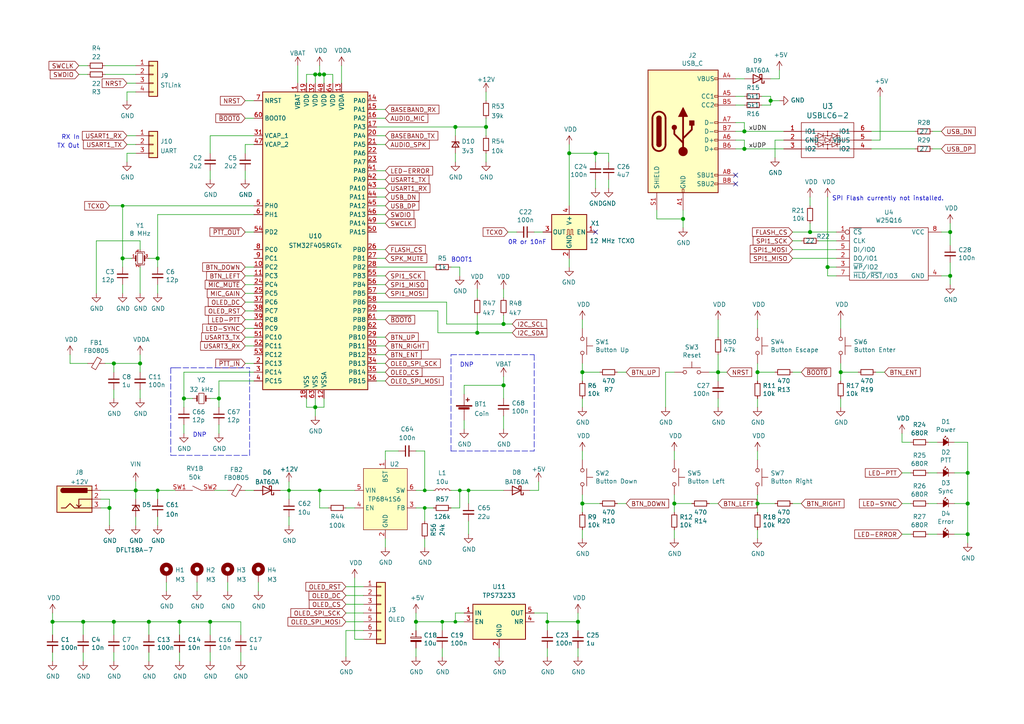
<source format=kicad_sch>
(kicad_sch (version 20211123) (generator eeschema)
  (paper "A4")
  (junction (at 63.5 115.57) (diameter 1.016))
  (junction (at 35.56 74.93) (diameter 1.016))
  (junction (at 132.08 180.34))
  (junction (at 219.71 107.95) (diameter 1.016))
  (junction (at 168.91 146.05) (diameter 1.016))
  (junction (at 243.84 107.95) (diameter 1.016))
  (junction (at 83.82 142.24))
  (junction (at 195.58 146.05) (diameter 1.016))
  (junction (at 60.96 180.34) (diameter 1.016))
  (junction (at 128.27 180.34))
  (junction (at 146.05 93.98) (diameter 1.016))
  (junction (at 280.67 146.05) (diameter 1.016))
  (junction (at 93.98 21.59) (diameter 1.016))
  (junction (at 33.02 180.34) (diameter 1.016))
  (junction (at 52.07 180.34) (diameter 1.016))
  (junction (at 146.05 111.76) (diameter 1.016))
  (junction (at 40.64 105.41) (diameter 1.016))
  (junction (at 31.75 147.32) (diameter 1.016))
  (junction (at 168.91 107.95) (diameter 1.016))
  (junction (at 219.71 146.05) (diameter 1.016))
  (junction (at 133.35 142.24))
  (junction (at 123.19 147.32))
  (junction (at 91.44 118.11) (diameter 1.016))
  (junction (at 35.56 59.69))
  (junction (at 135.89 142.24))
  (junction (at 280.67 137.16) (diameter 1.016))
  (junction (at 43.18 180.34) (diameter 1.016))
  (junction (at 15.24 180.34) (diameter 1.016))
  (junction (at 208.28 107.95) (diameter 1.016))
  (junction (at 223.52 29.21) (diameter 1.016))
  (junction (at 198.12 63.5) (diameter 1.016))
  (junction (at 92.71 21.59) (diameter 1.016))
  (junction (at 45.72 74.93) (diameter 1.016))
  (junction (at 234.95 67.31) (diameter 1.016))
  (junction (at 45.72 142.24))
  (junction (at 172.72 44.45) (diameter 1.016))
  (junction (at 165.1 44.45) (diameter 1.016))
  (junction (at 215.9 43.18) (diameter 1.016))
  (junction (at 240.03 77.47) (diameter 1.016))
  (junction (at 275.59 67.31) (diameter 1.016))
  (junction (at 120.65 180.34) (diameter 1.016))
  (junction (at 275.59 80.01) (diameter 1.016))
  (junction (at 138.43 96.52) (diameter 1.016))
  (junction (at 91.44 21.59) (diameter 1.016))
  (junction (at 92.71 142.24))
  (junction (at 39.37 142.24) (diameter 1.016))
  (junction (at 158.75 180.34))
  (junction (at 53.34 115.57) (diameter 1.016))
  (junction (at 280.67 154.94) (diameter 1.016))
  (junction (at 215.9 38.1) (diameter 1.016))
  (junction (at 140.97 36.83) (diameter 1.016))
  (junction (at 123.19 142.24))
  (junction (at 33.02 105.41) (diameter 1.016))
  (junction (at 132.08 36.83) (diameter 1.016))
  (junction (at 24.13 180.34) (diameter 1.016))
  (junction (at 167.64 180.34) (diameter 1.016))
  (no_connect (at 213.36 50.8))
  (no_connect (at 213.36 53.34))
  (no_connect (at 172.72 67.31))
  (wire (pts (xy 91.44 115.57) (xy 91.44 118.11)))
  (wire (pts (xy 223.52 29.21) (xy 226.06 29.21)))
  (wire (pts (xy 109.22 92.71) (xy 111.76 92.71)))
  (wire (pts (xy 105.41 182.88) (xy 100.33 182.88)))
  (wire (pts (xy 223.52 29.21) (xy 223.52 30.48)))
  (wire (pts (xy 227.33 40.64) (xy 224.79 40.64)))
  (wire (pts (xy 40.64 105.41) (xy 40.64 102.87)))
  (wire (pts (xy 120.65 147.32) (xy 123.19 147.32)))
  (wire (pts (xy 168.91 92.71) (xy 168.91 95.25)))
  (wire (pts (xy 219.71 107.95) (xy 219.71 110.49)))
  (wire (pts (xy 71.12 41.91) (xy 71.12 44.45)))
  (wire (pts (xy 140.97 26.67) (xy 140.97 29.21)))
  (wire (pts (xy 140.97 34.29) (xy 140.97 36.83)))
  (wire (pts (xy 140.97 36.83) (xy 140.97 39.37)))
  (wire (pts (xy 40.64 77.47) (xy 40.64 85.09)))
  (wire (pts (xy 88.9 24.13) (xy 88.9 21.59)))
  (wire (pts (xy 99.06 19.05) (xy 99.06 24.13)))
  (wire (pts (xy 109.22 74.93) (xy 111.76 74.93)))
  (wire (pts (xy 219.71 153.67) (xy 219.71 156.21)))
  (wire (pts (xy 100.33 182.88) (xy 100.33 190.5)))
  (wire (pts (xy 109.22 87.63) (xy 129.54 87.63)))
  (wire (pts (xy 146.05 93.98) (xy 148.59 93.98)))
  (wire (pts (xy 129.54 87.63) (xy 129.54 93.98)))
  (wire (pts (xy 129.54 93.98) (xy 146.05 93.98)))
  (wire (pts (xy 39.37 139.7) (xy 39.37 142.24)))
  (wire (pts (xy 223.52 27.94) (xy 223.52 29.21)))
  (wire (pts (xy 33.02 189.23) (xy 33.02 191.77)))
  (wire (pts (xy 71.12 41.91) (xy 73.66 41.91)))
  (wire (pts (xy 35.56 59.69) (xy 35.56 74.93)))
  (wire (pts (xy 53.34 115.57) (xy 53.34 118.11)))
  (wire (pts (xy 30.48 21.59) (xy 39.37 21.59)))
  (wire (pts (xy 33.02 113.03) (xy 33.02 115.57)))
  (wire (pts (xy 111.76 130.81) (xy 111.76 133.35)))
  (wire (pts (xy 60.96 189.23) (xy 60.96 191.77)))
  (wire (pts (xy 83.82 142.24) (xy 83.82 144.78)))
  (wire (pts (xy 138.43 83.82) (xy 138.43 86.36)))
  (wire (pts (xy 27.94 69.85) (xy 27.94 85.09)))
  (wire (pts (xy 40.64 69.85) (xy 27.94 69.85)))
  (wire (pts (xy 40.64 72.39) (xy 40.64 69.85)))
  (wire (pts (xy 275.59 67.31) (xy 275.59 71.12)))
  (wire (pts (xy 83.82 139.7) (xy 83.82 142.24)))
  (wire (pts (xy 269.24 154.94) (xy 271.78 154.94)))
  (wire (pts (xy 208.28 107.95) (xy 208.28 110.49)))
  (wire (pts (xy 36.83 39.37) (xy 39.37 39.37)))
  (wire (pts (xy 91.44 21.59) (xy 88.9 21.59)))
  (wire (pts (xy 52.07 189.23) (xy 52.07 191.77)))
  (wire (pts (xy 111.76 85.09) (xy 109.22 85.09)))
  (wire (pts (xy 264.16 128.27) (xy 261.62 128.27)))
  (wire (pts (xy 109.22 90.17) (xy 127 90.17)))
  (wire (pts (xy 138.43 96.52) (xy 148.59 96.52)))
  (wire (pts (xy 127 90.17) (xy 127 96.52)))
  (wire (pts (xy 127 96.52) (xy 138.43 96.52)))
  (wire (pts (xy 146.05 83.82) (xy 146.05 86.36)))
  (wire (pts (xy 30.48 19.05) (xy 39.37 19.05)))
  (wire (pts (xy 205.74 146.05) (xy 208.28 146.05)))
  (wire (pts (xy 252.73 38.1) (xy 265.43 38.1)))
  (wire (pts (xy 45.72 74.93) (xy 45.72 77.47)))
  (wire (pts (xy 176.53 52.07) (xy 176.53 54.61)))
  (wire (pts (xy 276.86 137.16) (xy 280.67 137.16)))
  (wire (pts (xy 123.19 147.32) (xy 125.73 147.32)))
  (wire (pts (xy 60.96 115.57) (xy 63.5 115.57)))
  (wire (pts (xy 63.5 115.57) (xy 63.5 118.11)))
  (wire (pts (xy 138.43 91.44) (xy 138.43 96.52)))
  (wire (pts (xy 31.75 147.32) (xy 31.75 152.4)))
  (wire (pts (xy 29.21 147.32) (xy 31.75 147.32)))
  (wire (pts (xy 24.13 180.34) (xy 33.02 180.34)))
  (wire (pts (xy 123.19 156.21) (xy 123.19 158.75)))
  (wire (pts (xy 71.12 90.17) (xy 73.66 90.17)))
  (wire (pts (xy 86.36 19.05) (xy 86.36 24.13)))
  (wire (pts (xy 43.18 74.93) (xy 45.72 74.93)))
  (wire (pts (xy 109.22 52.07) (xy 111.76 52.07)))
  (polyline (pts (xy 154.94 102.87) (xy 154.94 130.81)))
  (wire (pts (xy 165.1 74.93) (xy 165.1 77.47)))
  (wire (pts (xy 224.79 40.64) (xy 224.79 45.72)))
  (wire (pts (xy 252.73 43.18) (xy 265.43 43.18)))
  (wire (pts (xy 275.59 80.01) (xy 275.59 82.55)))
  (wire (pts (xy 193.04 107.95) (xy 193.04 118.11)))
  (wire (pts (xy 243.84 115.57) (xy 243.84 118.11)))
  (wire (pts (xy 91.44 118.11) (xy 91.44 120.65)))
  (wire (pts (xy 69.85 189.23) (xy 69.85 191.77)))
  (wire (pts (xy 40.64 113.03) (xy 40.64 115.57)))
  (wire (pts (xy 270.51 38.1) (xy 273.05 38.1)))
  (wire (pts (xy 71.12 87.63) (xy 73.66 87.63)))
  (wire (pts (xy 172.72 44.45) (xy 172.72 46.99)))
  (wire (pts (xy 39.37 142.24) (xy 39.37 144.78)))
  (wire (pts (xy 205.74 107.95) (xy 208.28 107.95)))
  (wire (pts (xy 69.85 180.34) (xy 69.85 184.15)))
  (wire (pts (xy 15.24 180.34) (xy 24.13 180.34)))
  (wire (pts (xy 88.9 118.11) (xy 91.44 118.11)))
  (wire (pts (xy 88.9 115.57) (xy 88.9 118.11)))
  (wire (pts (xy 91.44 118.11) (xy 93.98 118.11)))
  (wire (pts (xy 93.98 115.57) (xy 93.98 118.11)))
  (wire (pts (xy 57.15 168.91) (xy 57.15 171.45)))
  (wire (pts (xy 208.28 115.57) (xy 208.28 118.11)))
  (wire (pts (xy 252.73 40.64) (xy 255.27 40.64)))
  (wire (pts (xy 270.51 43.18) (xy 273.05 43.18)))
  (wire (pts (xy 35.56 59.69) (xy 73.66 59.69)))
  (wire (pts (xy 168.91 143.51) (xy 168.91 146.05)))
  (wire (pts (xy 63.5 123.19) (xy 63.5 125.73)))
  (wire (pts (xy 60.96 180.34) (xy 69.85 180.34)))
  (wire (pts (xy 123.19 142.24) (xy 123.19 130.81)))
  (wire (pts (xy 264.16 137.16) (xy 261.62 137.16)))
  (wire (pts (xy 71.12 29.21) (xy 73.66 29.21)))
  (wire (pts (xy 168.91 107.95) (xy 168.91 110.49)))
  (wire (pts (xy 190.5 60.96) (xy 190.5 63.5)))
  (wire (pts (xy 102.87 142.24) (xy 92.71 142.24)))
  (wire (pts (xy 71.12 82.55) (xy 73.66 82.55)))
  (wire (pts (xy 33.02 105.41) (xy 40.64 105.41)))
  (wire (pts (xy 240.03 80.01) (xy 240.03 77.47)))
  (wire (pts (xy 135.89 142.24) (xy 135.89 146.05)))
  (wire (pts (xy 242.57 69.85) (xy 237.49 69.85)))
  (wire (pts (xy 109.22 49.53) (xy 111.76 49.53)))
  (wire (pts (xy 167.64 187.96) (xy 167.64 190.5)))
  (wire (pts (xy 36.83 26.67) (xy 36.83 29.21)))
  (wire (pts (xy 39.37 26.67) (xy 36.83 26.67)))
  (wire (pts (xy 40.64 105.41) (xy 40.64 107.95)))
  (wire (pts (xy 132.08 44.45) (xy 132.08 46.99)))
  (wire (pts (xy 158.75 180.34) (xy 167.64 180.34)))
  (wire (pts (xy 255.27 27.94) (xy 255.27 40.64)))
  (wire (pts (xy 213.36 38.1) (xy 215.9 38.1)))
  (wire (pts (xy 172.72 52.07) (xy 172.72 54.61)))
  (wire (pts (xy 195.58 130.81) (xy 195.58 133.35)))
  (wire (pts (xy 83.82 142.24) (xy 92.71 142.24)))
  (wire (pts (xy 213.36 43.18) (xy 215.9 43.18)))
  (wire (pts (xy 45.72 62.23) (xy 45.72 74.93)))
  (wire (pts (xy 168.91 105.41) (xy 168.91 107.95)))
  (wire (pts (xy 140.97 44.45) (xy 140.97 46.99)))
  (wire (pts (xy 52.07 180.34) (xy 52.07 184.15)))
  (wire (pts (xy 60.96 49.53) (xy 60.96 52.07)))
  (wire (pts (xy 208.28 107.95) (xy 210.82 107.95)))
  (wire (pts (xy 156.21 139.7) (xy 156.21 142.24)))
  (wire (pts (xy 43.18 180.34) (xy 43.18 184.15)))
  (wire (pts (xy 109.22 105.41) (xy 111.76 105.41)))
  (wire (pts (xy 179.07 146.05) (xy 181.61 146.05)))
  (wire (pts (xy 71.12 100.33) (xy 73.66 100.33)))
  (wire (pts (xy 53.34 123.19) (xy 53.34 125.73)))
  (wire (pts (xy 229.87 67.31) (xy 234.95 67.31)))
  (wire (pts (xy 71.12 80.01) (xy 73.66 80.01)))
  (wire (pts (xy 71.12 85.09) (xy 73.66 85.09)))
  (wire (pts (xy 71.12 77.47) (xy 73.66 77.47)))
  (wire (pts (xy 130.81 142.24) (xy 133.35 142.24)))
  (wire (pts (xy 219.71 92.71) (xy 219.71 95.25)))
  (wire (pts (xy 134.62 121.92) (xy 134.62 124.46)))
  (wire (pts (xy 168.91 146.05) (xy 168.91 148.59)))
  (wire (pts (xy 146.05 91.44) (xy 146.05 93.98)))
  (wire (pts (xy 100.33 177.8) (xy 105.41 177.8)))
  (wire (pts (xy 128.27 180.34) (xy 132.08 180.34)))
  (wire (pts (xy 132.08 180.34) (xy 134.62 180.34)))
  (wire (pts (xy 269.24 137.16) (xy 271.78 137.16)))
  (wire (pts (xy 208.28 102.87) (xy 208.28 107.95)))
  (wire (pts (xy 123.19 130.81) (xy 120.65 130.81)))
  (wire (pts (xy 111.76 64.77) (xy 109.22 64.77)))
  (wire (pts (xy 45.72 142.24) (xy 50.8 142.24)))
  (wire (pts (xy 242.57 67.31) (xy 234.95 67.31)))
  (wire (pts (xy 109.22 110.49) (xy 111.76 110.49)))
  (wire (pts (xy 109.22 100.33) (xy 111.76 100.33)))
  (wire (pts (xy 242.57 80.01) (xy 240.03 80.01)))
  (wire (pts (xy 215.9 43.18) (xy 227.33 43.18)))
  (wire (pts (xy 71.12 97.79) (xy 73.66 97.79)))
  (wire (pts (xy 219.71 115.57) (xy 219.71 118.11)))
  (wire (pts (xy 25.4 19.05) (xy 22.86 19.05)))
  (wire (pts (xy 123.19 142.24) (xy 125.73 142.24)))
  (wire (pts (xy 111.76 62.23) (xy 109.22 62.23)))
  (wire (pts (xy 229.87 107.95) (xy 232.41 107.95)))
  (wire (pts (xy 213.36 30.48) (xy 215.9 30.48)))
  (wire (pts (xy 220.98 27.94) (xy 223.52 27.94)))
  (wire (pts (xy 234.95 67.31) (xy 234.95 64.77)))
  (wire (pts (xy 109.22 77.47) (xy 125.73 77.47)))
  (wire (pts (xy 264.16 154.94) (xy 261.62 154.94)))
  (wire (pts (xy 35.56 82.55) (xy 35.56 85.09)))
  (wire (pts (xy 111.76 82.55) (xy 109.22 82.55)))
  (wire (pts (xy 242.57 74.93) (xy 229.87 74.93)))
  (wire (pts (xy 208.28 92.71) (xy 208.28 97.79)))
  (wire (pts (xy 120.65 180.34) (xy 120.65 182.88)))
  (wire (pts (xy 167.64 180.34) (xy 167.64 182.88)))
  (polyline (pts (xy 50.8 106.68) (xy 49.53 106.68)))
  (wire (pts (xy 39.37 24.13) (xy 36.83 24.13)))
  (wire (pts (xy 276.86 128.27) (xy 280.67 128.27)))
  (wire (pts (xy 198.12 63.5) (xy 198.12 60.96)))
  (wire (pts (xy 165.1 44.45) (xy 165.1 41.91)))
  (wire (pts (xy 39.37 44.45) (xy 36.83 44.45)))
  (wire (pts (xy 269.24 128.27) (xy 271.78 128.27)))
  (wire (pts (xy 35.56 74.93) (xy 35.56 77.47)))
  (wire (pts (xy 83.82 149.86) (xy 83.82 152.4)))
  (wire (pts (xy 100.33 172.72) (xy 105.41 172.72)))
  (wire (pts (xy 172.72 44.45) (xy 176.53 44.45)))
  (wire (pts (xy 109.22 31.75) (xy 111.76 31.75)))
  (wire (pts (xy 60.96 39.37) (xy 60.96 44.45)))
  (wire (pts (xy 158.75 187.96) (xy 158.75 190.5)))
  (wire (pts (xy 111.76 72.39) (xy 109.22 72.39)))
  (wire (pts (xy 63.5 110.49) (xy 73.66 110.49)))
  (wire (pts (xy 63.5 115.57) (xy 63.5 110.49)))
  (wire (pts (xy 111.76 156.21) (xy 111.76 158.75)))
  (polyline (pts (xy 50.8 106.68) (xy 72.39 106.68)))
  (wire (pts (xy 242.57 72.39) (xy 229.87 72.39)))
  (wire (pts (xy 130.81 147.32) (xy 133.35 147.32)))
  (wire (pts (xy 25.4 105.41) (xy 20.32 105.41)))
  (wire (pts (xy 165.1 44.45) (xy 172.72 44.45)))
  (wire (pts (xy 109.22 39.37) (xy 111.76 39.37)))
  (wire (pts (xy 219.71 146.05) (xy 219.71 148.59)))
  (wire (pts (xy 269.24 146.05) (xy 271.78 146.05)))
  (wire (pts (xy 36.83 41.91) (xy 39.37 41.91)))
  (wire (pts (xy 135.89 151.13) (xy 135.89 154.94)))
  (wire (pts (xy 132.08 36.83) (xy 140.97 36.83)))
  (wire (pts (xy 132.08 39.37) (xy 132.08 36.83)))
  (wire (pts (xy 144.78 187.96) (xy 144.78 190.5)))
  (polyline (pts (xy 130.81 102.87) (xy 154.94 102.87)))
  (wire (pts (xy 128.27 187.96) (xy 128.27 190.5)))
  (wire (pts (xy 33.02 180.34) (xy 43.18 180.34)))
  (wire (pts (xy 242.57 77.47) (xy 240.03 77.47)))
  (wire (pts (xy 45.72 62.23) (xy 73.66 62.23)))
  (wire (pts (xy 240.03 77.47) (xy 240.03 57.15)))
  (wire (pts (xy 168.91 107.95) (xy 173.99 107.95)))
  (wire (pts (xy 130.81 77.47) (xy 133.35 77.47)))
  (wire (pts (xy 25.4 21.59) (xy 22.86 21.59)))
  (wire (pts (xy 45.72 149.86) (xy 45.72 152.4)))
  (wire (pts (xy 115.57 130.81) (xy 111.76 130.81)))
  (wire (pts (xy 213.36 35.56) (xy 215.9 35.56)))
  (wire (pts (xy 276.86 154.94) (xy 280.67 154.94)))
  (wire (pts (xy 100.33 175.26) (xy 105.41 175.26)))
  (wire (pts (xy 92.71 21.59) (xy 91.44 21.59)))
  (wire (pts (xy 93.98 21.59) (xy 92.71 21.59)))
  (wire (pts (xy 168.91 115.57) (xy 168.91 118.11)))
  (wire (pts (xy 120.65 187.96) (xy 120.65 190.5)))
  (wire (pts (xy 71.12 142.24) (xy 73.66 142.24)))
  (wire (pts (xy 264.16 146.05) (xy 261.62 146.05)))
  (wire (pts (xy 195.58 146.05) (xy 195.58 148.59)))
  (wire (pts (xy 223.52 22.86) (xy 226.06 22.86)))
  (polyline (pts (xy 49.53 132.08) (xy 72.39 132.08)))
  (polyline (pts (xy 49.53 106.68) (xy 49.53 132.08)))
  (wire (pts (xy 167.64 180.34) (xy 167.64 177.8)))
  (wire (pts (xy 39.37 149.86) (xy 39.37 152.4)))
  (wire (pts (xy 93.98 24.13) (xy 93.98 21.59)))
  (wire (pts (xy 273.05 80.01) (xy 275.59 80.01)))
  (wire (pts (xy 195.58 143.51) (xy 195.58 146.05)))
  (wire (pts (xy 168.91 130.81) (xy 168.91 133.35)))
  (wire (pts (xy 73.66 92.71) (xy 71.12 92.71)))
  (wire (pts (xy 48.26 168.91) (xy 48.26 171.45)))
  (wire (pts (xy 190.5 63.5) (xy 198.12 63.5)))
  (wire (pts (xy 81.28 142.24) (xy 83.82 142.24)))
  (polyline (pts (xy 130.81 130.81) (xy 154.94 130.81)))
  (wire (pts (xy 275.59 67.31) (xy 275.59 64.77)))
  (wire (pts (xy 215.9 40.64) (xy 215.9 43.18)))
  (wire (pts (xy 96.52 24.13) (xy 96.52 21.59)))
  (wire (pts (xy 154.94 67.31) (xy 157.48 67.31)))
  (wire (pts (xy 213.36 22.86) (xy 215.9 22.86)))
  (wire (pts (xy 133.35 142.24) (xy 133.35 147.32)))
  (wire (pts (xy 73.66 95.25) (xy 71.12 95.25)))
  (wire (pts (xy 109.22 102.87) (xy 111.76 102.87)))
  (wire (pts (xy 226.06 22.86) (xy 226.06 20.32)))
  (wire (pts (xy 60.96 39.37) (xy 73.66 39.37)))
  (wire (pts (xy 219.71 130.81) (xy 219.71 133.35)))
  (wire (pts (xy 15.24 177.8) (xy 15.24 180.34)))
  (wire (pts (xy 71.12 67.31) (xy 73.66 67.31)))
  (wire (pts (xy 219.71 107.95) (xy 224.79 107.95)))
  (wire (pts (xy 133.35 142.24) (xy 135.89 142.24)))
  (wire (pts (xy 154.94 177.8) (xy 158.75 177.8)))
  (wire (pts (xy 158.75 177.8) (xy 158.75 180.34)))
  (wire (pts (xy 53.34 107.95) (xy 53.34 115.57)))
  (wire (pts (xy 53.34 115.57) (xy 55.88 115.57)))
  (wire (pts (xy 73.66 107.95) (xy 53.34 107.95)))
  (wire (pts (xy 120.65 180.34) (xy 120.65 177.8)))
  (polyline (pts (xy 130.81 130.81) (xy 130.81 102.87)))
  (wire (pts (xy 198.12 63.5) (xy 198.12 66.04)))
  (wire (pts (xy 123.19 147.32) (xy 123.19 151.13)))
  (wire (pts (xy 120.65 142.24) (xy 123.19 142.24)))
  (wire (pts (xy 273.05 67.31) (xy 275.59 67.31)))
  (wire (pts (xy 109.22 107.95) (xy 111.76 107.95)))
  (wire (pts (xy 195.58 146.05) (xy 200.66 146.05)))
  (wire (pts (xy 36.83 44.45) (xy 36.83 46.99)))
  (wire (pts (xy 147.32 67.31) (xy 149.86 67.31)))
  (wire (pts (xy 146.05 120.65) (xy 146.05 124.46)))
  (wire (pts (xy 254 107.95) (xy 256.54 107.95)))
  (wire (pts (xy 96.52 21.59) (xy 93.98 21.59)))
  (wire (pts (xy 24.13 180.34) (xy 24.13 184.15)))
  (wire (pts (xy 232.41 69.85) (xy 229.87 69.85)))
  (wire (pts (xy 243.84 107.95) (xy 248.92 107.95)))
  (wire (pts (xy 39.37 142.24) (xy 45.72 142.24)))
  (wire (pts (xy 29.21 144.78) (xy 31.75 144.78)))
  (wire (pts (xy 31.75 144.78) (xy 31.75 147.32)))
  (wire (pts (xy 219.71 143.51) (xy 219.71 146.05)))
  (wire (pts (xy 135.89 142.24) (xy 146.05 142.24)))
  (wire (pts (xy 243.84 107.95) (xy 243.84 110.49)))
  (wire (pts (xy 146.05 109.22) (xy 146.05 111.76)))
  (wire (pts (xy 52.07 180.34) (xy 60.96 180.34)))
  (wire (pts (xy 92.71 142.24) (xy 92.71 147.32)))
  (wire (pts (xy 92.71 19.05) (xy 92.71 21.59)))
  (wire (pts (xy 128.27 180.34) (xy 128.27 182.88)))
  (wire (pts (xy 100.33 180.34) (xy 105.41 180.34)))
  (wire (pts (xy 168.91 146.05) (xy 173.99 146.05)))
  (wire (pts (xy 109.22 41.91) (xy 111.76 41.91)))
  (wire (pts (xy 71.12 49.53) (xy 71.12 52.07)))
  (wire (pts (xy 31.75 59.69) (xy 35.56 59.69)))
  (wire (pts (xy 223.52 30.48) (xy 220.98 30.48)))
  (wire (pts (xy 261.62 128.27) (xy 261.62 125.73)))
  (polyline (pts (xy 72.39 132.08) (xy 72.39 106.68)))
  (wire (pts (xy 71.12 105.41) (xy 73.66 105.41)))
  (wire (pts (xy 275.59 80.01) (xy 275.59 76.2)))
  (wire (pts (xy 109.22 80.01) (xy 111.76 80.01)))
  (wire (pts (xy 179.07 107.95) (xy 181.61 107.95)))
  (wire (pts (xy 102.87 185.42) (xy 102.87 167.64)))
  (wire (pts (xy 105.41 185.42) (xy 102.87 185.42)))
  (wire (pts (xy 60.96 180.34) (xy 60.96 184.15)))
  (wire (pts (xy 153.67 142.24) (xy 156.21 142.24)))
  (wire (pts (xy 92.71 147.32) (xy 95.25 147.32)))
  (wire (pts (xy 66.04 168.91) (xy 66.04 171.45)))
  (wire (pts (xy 45.72 82.55) (xy 45.72 85.09)))
  (wire (pts (xy 195.58 153.67) (xy 195.58 156.21)))
  (wire (pts (xy 35.56 74.93) (xy 38.1 74.93)))
  (wire (pts (xy 100.33 147.32) (xy 102.87 147.32)))
  (wire (pts (xy 213.36 27.94) (xy 215.9 27.94)))
  (wire (pts (xy 62.23 142.24) (xy 66.04 142.24)))
  (wire (pts (xy 43.18 180.34) (xy 52.07 180.34)))
  (wire (pts (xy 229.87 146.05) (xy 232.41 146.05)))
  (wire (pts (xy 219.71 146.05) (xy 224.79 146.05)))
  (wire (pts (xy 134.62 177.8) (xy 132.08 177.8)))
  (wire (pts (xy 132.08 177.8) (xy 132.08 180.34)))
  (wire (pts (xy 30.48 105.41) (xy 33.02 105.41)))
  (wire (pts (xy 15.24 184.15) (xy 15.24 180.34)))
  (wire (pts (xy 109.22 36.83) (xy 132.08 36.83)))
  (wire (pts (xy 24.13 189.23) (xy 24.13 191.77)))
  (wire (pts (xy 215.9 38.1) (xy 227.33 38.1)))
  (wire (pts (xy 45.72 142.24) (xy 45.72 144.78)))
  (wire (pts (xy 243.84 92.71) (xy 243.84 95.25)))
  (wire (pts (xy 133.35 77.47) (xy 133.35 80.01)))
  (wire (pts (xy 71.12 34.29) (xy 73.66 34.29)))
  (wire (pts (xy 280.67 137.16) (xy 280.67 146.05)))
  (wire (pts (xy 158.75 180.34) (xy 158.75 182.88)))
  (wire (pts (xy 176.53 44.45) (xy 176.53 46.99)))
  (wire (pts (xy 243.84 105.41) (xy 243.84 107.95)))
  (wire (pts (xy 43.18 189.23) (xy 43.18 191.77)))
  (wire (pts (xy 215.9 35.56) (xy 215.9 38.1)))
  (wire (pts (xy 280.67 146.05) (xy 280.67 154.94)))
  (wire (pts (xy 15.24 189.23) (xy 15.24 191.77)))
  (wire (pts (xy 165.1 59.69) (xy 165.1 44.45)))
  (wire (pts (xy 280.67 154.94) (xy 280.67 157.48)))
  (wire (pts (xy 33.02 180.34) (xy 33.02 184.15)))
  (wire (pts (xy 91.44 24.13) (xy 91.44 21.59)))
  (wire (pts (xy 100.33 170.18) (xy 105.41 170.18)))
  (wire (pts (xy 280.67 128.27) (xy 280.67 137.16)))
  (wire (pts (xy 29.21 142.24) (xy 39.37 142.24)))
  (wire (pts (xy 219.71 105.41) (xy 219.71 107.95)))
  (wire (pts (xy 276.86 146.05) (xy 280.67 146.05)))
  (wire (pts (xy 20.32 105.41) (xy 20.32 102.87)))
  (wire (pts (xy 111.76 59.69) (xy 109.22 59.69)))
  (wire (pts (xy 33.02 105.41) (xy 33.02 107.95)))
  (wire (pts (xy 134.62 111.76) (xy 146.05 111.76)))
  (wire (pts (xy 134.62 114.3) (xy 134.62 111.76)))
  (wire (pts (xy 146.05 111.76) (xy 146.05 115.57)))
  (wire (pts (xy 213.36 40.64) (xy 215.9 40.64)))
  (wire (pts (xy 128.27 180.34) (xy 120.65 180.34)))
  (wire (pts (xy 193.04 107.95) (xy 195.58 107.95)))
  (wire (pts (xy 109.22 34.29) (xy 111.76 34.29)))
  (wire (pts (xy 109.22 54.61) (xy 111.76 54.61)))
  (wire (pts (xy 168.91 153.67) (xy 168.91 156.21)))
  (wire (pts (xy 74.93 168.91) (xy 74.93 171.45)))
  (wire (pts (xy 234.95 59.69) (xy 234.95 57.15)))
  (wire (pts (xy 111.76 57.15) (xy 109.22 57.15)))
  (wire (pts (xy 109.22 97.79) (xy 111.76 97.79)))
  (text "DNP" (at 55.88 127 0) (effects (font (size 1.27 1.27)) (justify left bottom)))
  (text "BOOT1" (at 130.81 76.2 0) (effects (font (size 1.27 1.27)) (justify left bottom)))
  (text "TX Out" (at 16.51 43.18 0) (effects (font (size 1.27 1.27)) (justify left bottom)))
  (text "DNP" (at 133.35 106.68 0) (effects (font (size 1.27 1.27)) (justify left bottom)))
  (text "RX In" (at 17.78 40.64 0) (effects (font (size 1.27 1.27)) (justify left bottom)))
  (text "0R or 10nF" (at 147.32 71.12 0) (effects (font (size 1.27 1.27)) (justify left bottom)))
  (text "SPI Flash currently not installed." (at 241.3 58.42 0) (effects (font (size 1.27 1.27)) (justify left bottom)))
  (label "xUDN" (at 217.17 38.1 0))
  (label "xUDP" (at 217.17 43.18 0))
  (global_label "LED-SYNC" (shape input) (at 261.62 146.05 180) (property "Intersheet References" "${INTERSHEET_REFS}" (effects hide)))
  (global_label "USART1_RX" (shape input) (at 36.83 39.37 180) (property "Intersheet References" "${INTERSHEET_REFS}" (effects hide)))
  (global_label "LED-ERROR" (shape input) (at 261.62 154.94 180) (property "Intersheet References" "${INTERSHEET_REFS}" (effects hide)))
  (global_label "OLED_CS" (shape input) (at 111.76 107.95 0) (property "Intersheet References" "${INTERSHEET_REFS}" (effects hide)))
  (global_label "USB_DP" (shape input) (at 273.05 43.18 0) (property "Intersheet References" "${INTERSHEET_REFS}" (effects hide)))
  (global_label "SWCLK" (shape input) (at 111.76 64.77 0) (property "Intersheet References" "${INTERSHEET_REFS}" (effects hide)))
  (global_label "~{PTT_IN}" (shape input) (at 71.12 105.41 180) (property "Intersheet References" "${INTERSHEET_REFS}" (effects hide)))
  (global_label "OLED_SPI_MOSI" (shape input) (at 111.76 110.49 0) (property "Intersheet References" "${INTERSHEET_REFS}" (effects hide)))
  (global_label "OLED_SPI_SCK" (shape input) (at 100.33 177.8 180) (property "Intersheet References" "${INTERSHEET_REFS}" (effects hide)))
  (global_label "TCXO" (shape input) (at 147.32 67.31 180) (property "Intersheet References" "${INTERSHEET_REFS}" (effects hide)))
  (global_label "OLED_DC" (shape input) (at 100.33 172.72 180) (property "Intersheet References" "${INTERSHEET_REFS}" (effects hide)))
  (global_label "BTN_LEFT" (shape input) (at 208.28 146.05 0) (property "Intersheet References" "${INTERSHEET_REFS}" (effects hide)))
  (global_label "~{BOOT0}" (shape input) (at 111.76 92.71 0) (property "Intersheet References" "${INTERSHEET_REFS}" (effects hide)))
  (global_label "TCXO" (shape input) (at 31.75 59.69 180) (property "Intersheet References" "${INTERSHEET_REFS}" (effects hide)))
  (global_label "MIC_GAIN" (shape input) (at 71.12 85.09 180) (property "Intersheet References" "${INTERSHEET_REFS}" (effects hide)))
  (global_label "OLED_SPI_MOSI" (shape input) (at 100.33 180.34 180) (property "Intersheet References" "${INTERSHEET_REFS}" (effects hide)))
  (global_label "SWCLK" (shape input) (at 22.86 19.05 180) (property "Intersheet References" "${INTERSHEET_REFS}" (effects hide)))
  (global_label "BTN_ENT" (shape input) (at 256.54 107.95 0) (property "Intersheet References" "${INTERSHEET_REFS}" (effects hide)))
  (global_label "AUDIO_SPK" (shape input) (at 111.76 41.91 0) (property "Intersheet References" "${INTERSHEET_REFS}" (effects hide)))
  (global_label "OLED_DC" (shape input) (at 71.12 87.63 180) (property "Intersheet References" "${INTERSHEET_REFS}" (effects hide)))
  (global_label "~{PTT_OUT}" (shape input) (at 71.12 67.31 180) (property "Intersheet References" "${INTERSHEET_REFS}" (effects hide)))
  (global_label "~{MIC_MUTE}" (shape input) (at 71.12 82.55 180) (property "Intersheet References" "${INTERSHEET_REFS}" (effects hide)))
  (global_label "SWDIO" (shape input) (at 22.86 21.59 180) (property "Intersheet References" "${INTERSHEET_REFS}" (effects hide)))
  (global_label "SPI1_MOSI" (shape input) (at 229.87 72.39 180) (property "Intersheet References" "${INTERSHEET_REFS}" (effects hide)))
  (global_label "LED-PTT" (shape input) (at 71.12 92.71 180) (property "Intersheet References" "${INTERSHEET_REFS}" (effects hide)))
  (global_label "~{BOOT0}" (shape input) (at 232.41 107.95 0) (property "Intersheet References" "${INTERSHEET_REFS}" (effects hide)))
  (global_label "OLED_SPI_SCK" (shape input) (at 111.76 105.41 0) (property "Intersheet References" "${INTERSHEET_REFS}" (effects hide)))
  (global_label "LED-ERROR" (shape input) (at 111.76 49.53 0) (property "Intersheet References" "${INTERSHEET_REFS}" (effects hide)))
  (global_label "SPI1_SCK" (shape input) (at 229.87 69.85 180) (property "Intersheet References" "${INTERSHEET_REFS}" (effects hide)))
  (global_label "BTN_DOWN" (shape input) (at 71.12 77.47 180) (property "Intersheet References" "${INTERSHEET_REFS}" (effects hide)))
  (global_label "LED-PTT" (shape input) (at 261.62 137.16 180) (property "Intersheet References" "${INTERSHEET_REFS}" (effects hide)))
  (global_label "USB_DP" (shape input) (at 111.76 59.69 0) (property "Intersheet References" "${INTERSHEET_REFS}" (effects hide)))
  (global_label "I2C_SCL" (shape input) (at 148.59 93.98 0) (property "Intersheet References" "${INTERSHEET_REFS}" (effects hide)))
  (global_label "AUDIO_MIC" (shape input) (at 111.76 34.29 0) (property "Intersheet References" "${INTERSHEET_REFS}" (effects hide)))
  (global_label "BTN_LEFT" (shape input) (at 71.12 80.01 180) (property "Intersheet References" "${INTERSHEET_REFS}" (effects hide)))
  (global_label "SPI1_MOSI" (shape input) (at 111.76 85.09 0) (property "Intersheet References" "${INTERSHEET_REFS}" (effects hide)))
  (global_label "USB_DN" (shape input) (at 111.76 57.15 0) (property "Intersheet References" "${INTERSHEET_REFS}" (effects hide)))
  (global_label "USART1_TX" (shape input) (at 111.76 52.07 0) (property "Intersheet References" "${INTERSHEET_REFS}" (effects hide)))
  (global_label "USART1_RX" (shape input) (at 111.76 54.61 0) (property "Intersheet References" "${INTERSHEET_REFS}" (effects hide)))
  (global_label "BTN_ENT" (shape input) (at 111.76 102.87 0) (property "Intersheet References" "${INTERSHEET_REFS}" (effects hide)))
  (global_label "NRST" (shape input) (at 36.83 24.13 180) (property "Intersheet References" "${INTERSHEET_REFS}" (effects hide)))
  (global_label "FLASH_CS" (shape input) (at 111.76 72.39 0) (property "Intersheet References" "${INTERSHEET_REFS}" (effects hide)))
  (global_label "BTN_RIGHT" (shape input) (at 232.41 146.05 0) (property "Intersheet References" "${INTERSHEET_REFS}" (effects hide)))
  (global_label "USART1_TX" (shape input) (at 36.83 41.91 180) (property "Intersheet References" "${INTERSHEET_REFS}" (effects hide)))
  (global_label "BTN_DOWN" (shape input) (at 181.61 146.05 0) (property "Intersheet References" "${INTERSHEET_REFS}" (effects hide)))
  (global_label "USART3_RX" (shape input) (at 71.12 100.33 180) (property "Intersheet References" "${INTERSHEET_REFS}" (effects hide)))
  (global_label "SWDIO" (shape input) (at 111.76 62.23 0) (property "Intersheet References" "${INTERSHEET_REFS}" (effects hide)))
  (global_label "SPI1_MISO" (shape input) (at 229.87 74.93 180) (property "Intersheet References" "${INTERSHEET_REFS}" (effects hide)))
  (global_label "OLED_RST" (shape input) (at 100.33 170.18 180) (property "Intersheet References" "${INTERSHEET_REFS}" (effects hide)))
  (global_label "SPI1_MISO" (shape input) (at 111.76 82.55 0) (property "Intersheet References" "${INTERSHEET_REFS}" (effects hide)))
  (global_label "NRST" (shape input) (at 210.82 107.95 0) (property "Intersheet References" "${INTERSHEET_REFS}" (effects hide)))
  (global_label "LED-SYNC" (shape input) (at 71.12 95.25 180) (property "Intersheet References" "${INTERSHEET_REFS}" (effects hide)))
  (global_label "SPI1_SCK" (shape input) (at 111.76 80.01 0) (property "Intersheet References" "${INTERSHEET_REFS}" (effects hide)))
  (global_label "BASEBAND_RX" (shape input) (at 111.76 31.75 0) (property "Intersheet References" "${INTERSHEET_REFS}" (effects hide)))
  (global_label "~{BOOT0}" (shape input) (at 71.12 34.29 180) (property "Intersheet References" "${INTERSHEET_REFS}" (effects hide)))
  (global_label "BTN_UP" (shape input) (at 111.76 97.79 0) (property "Intersheet References" "${INTERSHEET_REFS}" (effects hide)))
  (global_label "OLED_CS" (shape input) (at 100.33 175.26 180) (property "Intersheet References" "${INTERSHEET_REFS}" (effects hide)))
  (global_label "SPK_MUTE" (shape input) (at 111.76 74.93 0) (property "Intersheet References" "${INTERSHEET_REFS}" (effects hide)))
  (global_label "USART3_TX" (shape input) (at 71.12 97.79 180) (property "Intersheet References" "${INTERSHEET_REFS}" (effects hide)))
  (global_label "BTN_UP" (shape input) (at 181.61 107.95 0) (property "Intersheet References" "${INTERSHEET_REFS}" (effects hide)))
  (global_label "OLED_RST" (shape input) (at 71.12 90.17 180) (property "Intersheet References" "${INTERSHEET_REFS}" (effects hide)))
  (global_label "NRST" (shape input) (at 71.12 29.21 180) (property "Intersheet References" "${INTERSHEET_REFS}" (effects hide)))
  (global_label "BASEBAND_TX" (shape input) (at 111.76 39.37 0) (property "Intersheet References" "${INTERSHEET_REFS}" (effects hide)))
  (global_label "I2C_SDA" (shape input) (at 148.59 96.52 0) (property "Intersheet References" "${INTERSHEET_REFS}" (effects hide)))
  (global_label "USB_DN" (shape input) (at 273.05 38.1 0) (property "Intersheet References" "${INTERSHEET_REFS}" (effects hide)))
  (global_label "BTN_RIGHT" (shape input) (at 111.76 100.33 0) (property "Intersheet References" "${INTERSHEET_REFS}" (effects hide)))
  (global_label "FLASH_CS" (shape input) (at 229.87 67.31 180) (property "Intersheet References" "${INTERSHEET_REFS}" (effects hide)))
  (symbol (lib_id "Device:Crystal_GND24_Small") (at 40.64 74.93 0) (unit 1)
    (property "Reference" "Y1" (at 40.64 65.405 0))
    (property "Value" "8 MHz" (at 40.64 67.7164 0))
    (property "Footprint" "Crystal:Crystal_SMD_3225-4Pin_3.2x2.5mm" (effects hide))
  )
  (symbol (lib_id "pkl_device:pkl_C_Small") (at 35.56 80.01 0) (mirror x) (unit 1)
    (property "Reference" "C3" (at 33.2232 78.8416 0) (effects (justify right)))
    (property "Value" "12p" (at 33.2232 81.153 0) (effects (justify right)))
    (property "Footprint" "pkl_dipol:C_0603" (effects hide))
  )
  (symbol (lib_id "pkl_device:pkl_C_Small") (at 45.72 80.01 0) (unit 1)
    (property "Reference" "C6" (at 48.0568 78.8416 0) (effects (justify left)))
    (property "Value" "12p" (at 48.0568 81.153 0) (effects (justify left)))
    (property "Footprint" "pkl_dipol:C_0603" (effects hide))
  )
  (symbol (lib_id "power:GND") (at 35.56 85.09 0) (unit 1)
    (property "Reference" "#PWR05" (effects hide))
    (property "Value" "GND" (at 35.687 89.4842 0))
  )
  (symbol (lib_id "power:GND") (at 45.72 85.09 0) (unit 1)
    (property "Reference" "#PWR010" (effects hide))
    (property "Value" "GND" (at 45.847 89.4842 0))
  )
  (symbol (lib_id "pkl_device:pkl_C_Small") (at 71.12 46.99 0) (mirror x) (unit 1)
    (property "Reference" "C5" (at 68.7832 45.8216 0) (effects (justify right)))
    (property "Value" "2u2" (at 68.7832 48.133 0) (effects (justify right)))
    (property "Footprint" "pkl_dipol:C_0603" (effects hide))
  )
  (symbol (lib_id "pkl_device:pkl_C_Small") (at 60.96 46.99 0) (mirror x) (unit 1)
    (property "Reference" "C2" (at 58.6232 45.8216 0) (effects (justify right)))
    (property "Value" "2u2" (at 58.6232 48.133 0) (effects (justify right)))
    (property "Footprint" "pkl_dipol:C_0603" (effects hide))
  )
  (symbol (lib_id "power:GND") (at 60.96 52.07 0) (unit 1)
    (property "Reference" "#PWR04" (effects hide))
    (property "Value" "GND" (at 61.087 56.4642 0))
  )
  (symbol (lib_id "Oscillator:XO32") (at 165.1 67.31 0) (mirror y) (unit 1)
    (property "Reference" "X1" (at 173.99 64.77 0) (effects (justify left)))
    (property "Value" "12 MHz TCXO" (at 184.15 69.85 0) (effects (justify left)))
    (property "Footprint" "Oscillator:Oscillator_SMD_Abracon_ASE-4Pin_3.2x2.5mm" (effects hide))
    (property "Datasheet" "http://cdn-reichelt.de/documents/datenblatt/B400/XO32.pdf" (effects hide))
  )
  (symbol (lib_id "power:GND") (at 71.12 52.07 0) (unit 1)
    (property "Reference" "#PWR09" (effects hide))
    (property "Value" "GND" (at 71.247 56.4642 0))
  )
  (symbol (lib_id "Device:Ferrite_Bead_Small") (at 27.94 105.41 270) (unit 1)
    (property "Reference" "FB1" (at 27.94 99.3902 90))
    (property "Value" "FB0805" (at 27.94 101.7016 90))
    (property "Footprint" "pkl_dipol:L_0805" (effects hide))
  )
  (symbol (lib_id "pkl_device:pkl_C_Small") (at 33.02 110.49 0) (unit 1)
    (property "Reference" "C8" (at 35.3568 109.3216 0) (effects (justify left)))
    (property "Value" "1u" (at 35.3568 111.633 0) (effects (justify left)))
    (property "Footprint" "pkl_dipol:C_0603" (effects hide))
  )
  (symbol (lib_id "pkl_device:pkl_C_Small") (at 40.64 110.49 0) (unit 1)
    (property "Reference" "C11" (at 42.9768 109.3216 0) (effects (justify left)))
    (property "Value" "100n" (at 42.9768 111.633 0) (effects (justify left)))
    (property "Footprint" "pkl_dipol:C_0603" (effects hide))
  )
  (symbol (lib_id "power:VDD") (at 20.32 102.87 0) (unit 1)
    (property "Reference" "#PWR01" (effects hide))
    (property "Value" "VDD" (at 20.701 98.4758 0))
  )
  (symbol (lib_id "power:GND") (at 165.1 77.47 0) (mirror y) (unit 1)
    (property "Reference" "#PWR034" (effects hide))
    (property "Value" "GND" (at 164.973 81.8642 0))
  )
  (symbol (lib_id "power:VDDA") (at 99.06 19.05 0) (unit 1)
    (property "Reference" "#PWR022" (effects hide))
    (property "Value" "VDDA" (at 99.441 14.6558 0))
  )
  (symbol (lib_id "power:VDDA") (at 40.64 102.87 0) (unit 1)
    (property "Reference" "#PWR016" (effects hide))
    (property "Value" "VDDA" (at 41.021 98.4758 0))
  )
  (symbol (lib_id "power:VDD") (at 92.71 19.05 0) (unit 1)
    (property "Reference" "#PWR019" (effects hide))
    (property "Value" "VDD" (at 93.091 14.6558 0))
  )
  (symbol (lib_id "pkl_device:pkl_C_Small") (at 15.24 186.69 0) (unit 1)
    (property "Reference" "C1" (at 17.5768 185.5216 0) (effects (justify left)))
    (property "Value" "100n" (at 17.5768 187.833 0) (effects (justify left)))
    (property "Footprint" "pkl_dipol:C_0603" (effects hide))
  )
  (symbol (lib_id "pkl_device:pkl_C_Small") (at 24.13 186.69 0) (unit 1)
    (property "Reference" "C4" (at 26.4668 185.5216 0) (effects (justify left)))
    (property "Value" "10n" (at 26.4668 187.833 0) (effects (justify left)))
    (property "Footprint" "pkl_dipol:C_0603" (effects hide))
  )
  (symbol (lib_id "pkl_device:pkl_C_Small") (at 33.02 186.69 0) (unit 1)
    (property "Reference" "C7" (at 35.3568 185.5216 0) (effects (justify left)))
    (property "Value" "100n" (at 35.3568 187.833 0) (effects (justify left)))
    (property "Footprint" "pkl_dipol:C_0603" (effects hide))
  )
  (symbol (lib_id "pkl_device:pkl_C_Small") (at 43.18 186.69 0) (unit 1)
    (property "Reference" "C13" (at 45.5168 185.5216 0) (effects (justify left)))
    (property "Value" "100n" (at 45.5168 187.833 0) (effects (justify left)))
    (property "Footprint" "pkl_dipol:C_0603" (effects hide))
  )
  (symbol (lib_id "pkl_device:pkl_C_Small") (at 52.07 186.69 0) (unit 1)
    (property "Reference" "C14" (at 54.4068 185.5216 0) (effects (justify left)))
    (property "Value" "10n" (at 54.4068 187.833 0) (effects (justify left)))
    (property "Footprint" "pkl_dipol:C_0603" (effects hide))
  )
  (symbol (lib_id "pkl_device:pkl_C_Small") (at 60.96 186.69 0) (unit 1)
    (property "Reference" "C16" (at 63.2968 185.5216 0) (effects (justify left)))
    (property "Value" "10n" (at 63.2968 187.833 0) (effects (justify left)))
    (property "Footprint" "pkl_dipol:C_0603" (effects hide))
  )
  (symbol (lib_id "pkl_device:pkl_C_Small") (at 69.85 186.69 0) (unit 1)
    (property "Reference" "C17" (at 72.1868 185.5216 0) (effects (justify left)))
    (property "Value" "1u" (at 72.1868 187.833 0) (effects (justify left)))
    (property "Footprint" "pkl_dipol:C_0603" (effects hide))
  )
  (symbol (lib_id "power:GND") (at 15.24 191.77 0) (unit 1)
    (property "Reference" "#PWR03" (effects hide))
    (property "Value" "GND" (at 15.367 196.1642 0))
  )
  (symbol (lib_id "power:GND") (at 24.13 191.77 0) (unit 1)
    (property "Reference" "#PWR08" (effects hide))
    (property "Value" "GND" (at 24.257 196.1642 0))
  )
  (symbol (lib_id "power:GND") (at 33.02 191.77 0) (unit 1)
    (property "Reference" "#PWR011" (effects hide))
    (property "Value" "GND" (at 33.147 196.1642 0))
  )
  (symbol (lib_id "power:GND") (at 43.18 191.77 0) (unit 1)
    (property "Reference" "#PWR013" (effects hide))
    (property "Value" "GND" (at 43.307 196.1642 0))
  )
  (symbol (lib_id "power:GND") (at 52.07 191.77 0) (unit 1)
    (property "Reference" "#PWR015" (effects hide))
    (property "Value" "GND" (at 52.197 196.1642 0))
  )
  (symbol (lib_id "power:GND") (at 60.96 191.77 0) (unit 1)
    (property "Reference" "#PWR018" (effects hide))
    (property "Value" "GND" (at 61.087 196.1642 0))
  )
  (symbol (lib_id "power:GND") (at 69.85 191.77 0) (unit 1)
    (property "Reference" "#PWR020" (effects hide))
    (property "Value" "GND" (at 69.977 196.1642 0))
  )
  (symbol (lib_id "pkl_device:pkl_C_Small") (at 152.4 67.31 270) (unit 1)
    (property "Reference" "C22" (at 152.4 61.4934 90))
    (property "Value" "100n" (at 152.4 63.8048 90))
    (property "Footprint" "pkl_dipol:C_0603" (effects hide))
  )
  (symbol (lib_id "pkl_device:pkl_C_Small") (at 172.72 49.53 0) (mirror x) (unit 1)
    (property "Reference" "C24" (at 170.3832 48.3616 0) (effects (justify right)))
    (property "Value" "100n" (at 170.3832 50.673 0) (effects (justify right)))
    (property "Footprint" "pkl_dipol:C_0603" (effects hide))
  )
  (symbol (lib_id "power:VDD") (at 15.24 177.8 0) (unit 1)
    (property "Reference" "#PWR02" (effects hide))
    (property "Value" "VDD" (at 15.621 173.4058 0))
  )
  (symbol (lib_id "power:VDD") (at 165.1 41.91 0) (unit 1)
    (property "Reference" "#PWR033" (effects hide))
    (property "Value" "VDD" (at 165.481 37.5158 0))
  )
  (symbol (lib_id "power:GND") (at 172.72 54.61 0) (unit 1)
    (property "Reference" "#PWR038" (effects hide))
    (property "Value" "GND" (at 172.847 59.0042 0))
  )
  (symbol (lib_id "pkl_device:pkl_C_Small") (at 176.53 49.53 180) (unit 1)
    (property "Reference" "C26" (at 178.8668 48.3616 0) (effects (justify right)))
    (property "Value" "4u7" (at 178.8668 50.673 0) (effects (justify right)))
    (property "Footprint" "pkl_dipol:C_0603" (effects hide))
  )
  (symbol (lib_id "power:GND") (at 176.53 54.61 0) (unit 1)
    (property "Reference" "#PWR041" (effects hide))
    (property "Value" "GND" (at 176.657 59.0042 0))
  )
  (symbol (lib_id "pkl_device:pkl_R_Small") (at 128.27 77.47 270) (unit 1)
    (property "Reference" "R5" (at 128.27 74.93 90))
    (property "Value" "1k" (at 128.27 77.47 90))
    (property "Footprint" "pkl_dipol:R_0603" (effects hide))
  )
  (symbol (lib_id "power:GND") (at 133.35 80.01 0) (unit 1)
    (property "Reference" "#PWR028" (effects hide))
    (property "Value" "GND" (at 133.477 84.4042 0))
  )
  (symbol (lib_id "Switch:SW_Push") (at 200.66 107.95 0) (unit 1)
    (property "Reference" "SW3" (at 200.66 100.711 0))
    (property "Value" "Reset" (at 200.66 103.0224 0))
    (property "Footprint" "pkl_buttons_switches:SW_SPST_3x4x2.5" (effects hide))
  )
  (symbol (lib_id "pkl_device:pkl_C_Small") (at 208.28 113.03 0) (mirror x) (unit 1)
    (property "Reference" "C27" (at 205.9432 111.8616 0) (effects (justify right)))
    (property "Value" "100n" (at 205.9432 114.173 0) (effects (justify right)))
    (property "Footprint" "pkl_dipol:C_0603" (effects hide))
  )
  (symbol (lib_id "power:GND") (at 208.28 118.11 0) (unit 1)
    (property "Reference" "#PWR042" (effects hide))
    (property "Value" "GND" (at 208.407 122.5042 0))
  )
  (symbol (lib_id "pkl_device:pkl_R_Small") (at 266.7 128.27 270) (unit 1)
    (property "Reference" "R24" (at 266.7 123.19 90))
    (property "Value" "680R" (at 266.7 125.603 90))
    (property "Footprint" "pkl_dipol:R_0603" (effects hide))
  )
  (symbol (lib_id "pkl_device:pkl_Led_Small") (at 274.32 128.27 0) (unit 1)
    (property "Reference" "D1" (at 274.32 122.301 0))
    (property "Value" "Power" (at 274.32 124.6124 0))
    (property "Footprint" "pkl_dipol:D_0603" (effects hide))
  )
  (symbol (lib_id "pkl_device:pkl_Led_Small") (at 274.32 137.16 0) (unit 1)
    (property "Reference" "D2" (at 274.32 131.191 0))
    (property "Value" "PTT" (at 274.32 133.5024 0))
    (property "Footprint" "pkl_dipol:D_0603" (effects hide))
  )
  (symbol (lib_id "pkl_device:pkl_R_Small") (at 266.7 137.16 270) (unit 1)
    (property "Reference" "R25" (at 266.7 132.08 90))
    (property "Value" "680R" (at 266.7 134.493 90))
    (property "Footprint" "pkl_dipol:R_0603" (effects hide))
  )
  (symbol (lib_id "pkl_device:pkl_Led_Small") (at 274.32 146.05 0) (unit 1)
    (property "Reference" "D3" (at 274.32 140.081 0))
    (property "Value" "Sync" (at 274.32 142.3924 0))
    (property "Footprint" "pkl_dipol:D_0603" (effects hide))
  )
  (symbol (lib_id "pkl_device:pkl_R_Small") (at 266.7 146.05 270) (unit 1)
    (property "Reference" "R26" (at 266.7 140.97 90))
    (property "Value" "680R" (at 266.7 143.383 90))
    (property "Footprint" "pkl_dipol:R_0603" (effects hide))
  )
  (symbol (lib_id "pkl_device:pkl_Led_Small") (at 274.32 154.94 0) (unit 1)
    (property "Reference" "D4" (at 274.32 148.971 0))
    (property "Value" "Error" (at 274.32 151.2824 0))
    (property "Footprint" "pkl_dipol:D_0603" (effects hide))
  )
  (symbol (lib_id "pkl_device:pkl_R_Small") (at 266.7 154.94 270) (unit 1)
    (property "Reference" "R27" (at 266.7 149.86 90))
    (property "Value" "680R" (at 266.7 152.273 90))
    (property "Footprint" "pkl_dipol:R_0603" (effects hide))
  )
  (symbol (lib_id "power:VDD") (at 261.62 125.73 0) (unit 1)
    (property "Reference" "#PWR059" (effects hide))
    (property "Value" "VDD" (at 262.001 121.3358 0))
  )
  (symbol (lib_id "power:GND") (at 280.67 157.48 0) (unit 1)
    (property "Reference" "#PWR064" (effects hide))
    (property "Value" "GND" (at 280.797 161.8742 0))
  )
  (symbol (lib_id "power:VDD") (at 219.71 92.71 0) (unit 1)
    (property "Reference" "#PWR043" (effects hide))
    (property "Value" "VDD" (at 220.091 88.3158 0))
  )
  (symbol (lib_id "pkl_device:pkl_R_Small") (at 219.71 113.03 0) (unit 1)
    (property "Reference" "R11" (at 221.2086 111.8616 0) (effects (justify left)))
    (property "Value" "10k" (at 221.2086 114.173 0) (effects (justify left)))
    (property "Footprint" "pkl_dipol:R_0603" (effects hide))
  )
  (symbol (lib_id "power:VDD") (at 168.91 92.71 0) (unit 1)
    (property "Reference" "#PWR029" (effects hide))
    (property "Value" "VDD" (at 169.291 88.3158 0))
  )
  (symbol (lib_id "pkl_device:pkl_R_Small") (at 168.91 113.03 0) (unit 1)
    (property "Reference" "R6" (at 170.4086 111.8616 0) (effects (justify left)))
    (property "Value" "10k" (at 170.4086 114.173 0) (effects (justify left)))
    (property "Footprint" "pkl_dipol:R_0603" (effects hide))
  )
  (symbol (lib_id "Switch:SW_Push") (at 168.91 100.33 270) (unit 1)
    (property "Reference" "SW1" (at 172.6692 99.1616 90) (effects (justify left)))
    (property "Value" "Button Up" (at 172.6692 101.473 90) (effects (justify left)))
    (property "Footprint" "pkl_buttons_switches:SW_SPST_PTS645" (effects hide))
  )
  (symbol (lib_id "power:GND") (at 168.91 118.11 0) (unit 1)
    (property "Reference" "#PWR030" (effects hide))
    (property "Value" "GND" (at 169.037 122.5042 0))
  )
  (symbol (lib_id "pkl_device:pkl_R_Small") (at 176.53 107.95 90) (unit 1)
    (property "Reference" "R7" (at 176.53 113.03 90))
    (property "Value" "470" (at 176.53 110.49 90))
    (property "Footprint" "pkl_dipol:R_0603" (effects hide))
  )
  (symbol (lib_id "Switch:SW_Push") (at 219.71 100.33 270) (unit 1)
    (property "Reference" "SW4" (at 223.4692 99.1616 90) (effects (justify left)))
    (property "Value" "Button Escape" (at 223.4692 101.473 90) (effects (justify left)))
    (property "Footprint" "pkl_buttons_switches:SW_SPST_PTS645" (effects hide))
  )
  (symbol (lib_id "power:VDD") (at 168.91 130.81 0) (unit 1)
    (property "Reference" "#PWR036" (effects hide))
    (property "Value" "VDD" (at 169.291 126.4158 0))
  )
  (symbol (lib_id "pkl_device:pkl_R_Small") (at 168.91 151.13 0) (unit 1)
    (property "Reference" "R9" (at 170.4086 149.9616 0) (effects (justify left)))
    (property "Value" "10k" (at 170.4086 152.273 0) (effects (justify left)))
    (property "Footprint" "pkl_dipol:R_0603" (effects hide))
  )
  (symbol (lib_id "Switch:SW_Push") (at 168.91 138.43 270) (unit 1)
    (property "Reference" "SW2" (at 172.6692 137.2616 90) (effects (justify left)))
    (property "Value" "Button Down" (at 172.6692 139.573 90) (effects (justify left)))
    (property "Footprint" "pkl_buttons_switches:SW_SPST_PTS645" (effects hide))
  )
  (symbol (lib_id "power:GND") (at 168.91 156.21 0) (unit 1)
    (property "Reference" "#PWR037" (effects hide))
    (property "Value" "GND" (at 169.037 160.6042 0))
  )
  (symbol (lib_id "pkl_device:pkl_R_Small") (at 176.53 146.05 90) (unit 1)
    (property "Reference" "R10" (at 176.53 151.13 90))
    (property "Value" "470" (at 176.53 148.59 90))
    (property "Footprint" "pkl_dipol:R_0603" (effects hide))
  )
  (symbol (lib_id "power:GND") (at 219.71 118.11 0) (unit 1)
    (property "Reference" "#PWR044" (effects hide))
    (property "Value" "GND" (at 219.837 122.5042 0))
  )
  (symbol (lib_id "pkl_device:pkl_R_Small") (at 227.33 107.95 90) (unit 1)
    (property "Reference" "R13" (at 227.33 113.03 90))
    (property "Value" "470" (at 227.33 110.49 90))
    (property "Footprint" "pkl_dipol:R_0603" (effects hide))
  )
  (symbol (lib_id "power:VDD") (at 243.84 92.71 0) (unit 1)
    (property "Reference" "#PWR049" (effects hide))
    (property "Value" "VDD" (at 244.221 88.3158 0))
  )
  (symbol (lib_id "pkl_device:pkl_R_Small") (at 243.84 113.03 0) (unit 1)
    (property "Reference" "R17" (at 245.3386 111.8616 0) (effects (justify left)))
    (property "Value" "10k" (at 245.3386 114.173 0) (effects (justify left)))
    (property "Footprint" "pkl_dipol:R_0603" (effects hide))
  )
  (symbol (lib_id "Switch:SW_Push") (at 243.84 100.33 270) (unit 1)
    (property "Reference" "SW6" (at 247.5992 99.1616 90) (effects (justify left)))
    (property "Value" "Button Enter" (at 247.5992 101.473 90) (effects (justify left)))
    (property "Footprint" "pkl_buttons_switches:SW_SPST_PTS645" (effects hide))
  )
  (symbol (lib_id "power:GND") (at 243.84 118.11 0) (unit 1)
    (property "Reference" "#PWR050" (effects hide))
    (property "Value" "GND" (at 243.967 122.5042 0))
  )
  (symbol (lib_id "pkl_device:pkl_R_Small") (at 251.46 107.95 90) (unit 1)
    (property "Reference" "R19" (at 251.46 113.03 90))
    (property "Value" "470" (at 251.46 110.49 90))
    (property "Footprint" "pkl_dipol:R_0603" (effects hide))
  )
  (symbol (lib_id "power:VDD") (at 195.58 130.81 0) (unit 1)
    (property "Reference" "#PWR045" (effects hide))
    (property "Value" "VDD" (at 195.961 126.4158 0))
  )
  (symbol (lib_id "pkl_device:pkl_R_Small") (at 195.58 151.13 0) (unit 1)
    (property "Reference" "R12" (at 197.0786 149.9616 0) (effects (justify left)))
    (property "Value" "10k" (at 197.0786 152.273 0) (effects (justify left)))
    (property "Footprint" "pkl_dipol:R_0603" (effects hide))
  )
  (symbol (lib_id "Switch:SW_Push") (at 195.58 138.43 270) (unit 1)
    (property "Reference" "SW5" (at 199.3392 137.2616 90) (effects (justify left)))
    (property "Value" "Button Left" (at 199.3392 139.573 90) (effects (justify left)))
    (property "Footprint" "pkl_buttons_switches:SW_SPST_PTS645" (effects hide))
  )
  (symbol (lib_id "power:GND") (at 195.58 156.21 0) (unit 1)
    (property "Reference" "#PWR046" (effects hide))
    (property "Value" "GND" (at 195.707 160.6042 0))
  )
  (symbol (lib_id "pkl_device:pkl_R_Small") (at 203.2 146.05 90) (unit 1)
    (property "Reference" "R14" (at 203.2 151.13 90))
    (property "Value" "470" (at 203.2 148.59 90))
    (property "Footprint" "pkl_dipol:R_0603" (effects hide))
  )
  (symbol (lib_id "power:VDD") (at 219.71 130.81 0) (unit 1)
    (property "Reference" "#PWR051" (effects hide))
    (property "Value" "VDD" (at 220.091 126.4158 0))
  )
  (symbol (lib_id "pkl_device:pkl_R_Small") (at 219.71 151.13 0) (unit 1)
    (property "Reference" "R18" (at 221.2086 149.9616 0) (effects (justify left)))
    (property "Value" "10k" (at 221.2086 152.273 0) (effects (justify left)))
    (property "Footprint" "pkl_dipol:R_0603" (effects hide))
  )
  (symbol (lib_id "Switch:SW_Push") (at 219.71 138.43 270) (unit 1)
    (property "Reference" "SW7" (at 223.4692 137.2616 90) (effects (justify left)))
    (property "Value" "Button Right" (at 223.4692 139.573 90) (effects (justify left)))
    (property "Footprint" "pkl_buttons_switches:SW_SPST_PTS645" (effects hide))
  )
  (symbol (lib_id "power:GND") (at 219.71 156.21 0) (unit 1)
    (property "Reference" "#PWR052" (effects hide))
    (property "Value" "GND" (at 219.837 160.6042 0))
  )
  (symbol (lib_id "pkl_device:pkl_R_Small") (at 227.33 146.05 90) (unit 1)
    (property "Reference" "R20" (at 227.33 151.13 90))
    (property "Value" "470" (at 227.33 148.59 90))
    (property "Footprint" "pkl_dipol:R_0603" (effects hide))
  )
  (symbol (lib_id "Connector:USB_C_Receptacle_USB2.0") (at 198.12 38.1 0) (unit 1)
    (property "Reference" "J2" (at 200.8378 16.0782 0))
    (property "Value" "USB_C" (at 200.8378 18.3896 0))
    (property "Footprint" "pkl_connectors:USB_C_Receptacle_HRO_TYPE-C-31-M-12" (effects hide))
    (property "Datasheet" "https://www.usb.org/sites/default/files/documents/usb_type-c.zip" (effects hide))
  )
  (symbol (lib_id "power:+5V") (at 226.06 20.32 0) (unit 1)
    (property "Reference" "#PWR048" (effects hide))
    (property "Value" "+5V" (at 226.441 15.9258 0))
  )
  (symbol (lib_id "pkl_device:pkl_R_Small") (at 218.44 30.48 270) (unit 1)
    (property "Reference" "R16" (at 218.44 33.02 90))
    (property "Value" "5k1" (at 218.44 30.48 90))
    (property "Footprint" "pkl_dipol:R_0603" (effects hide))
  )
  (symbol (lib_id "pkl_device:pkl_R_Small") (at 218.44 27.94 270) (unit 1)
    (property "Reference" "R15" (at 218.44 25.4 90))
    (property "Value" "5k1" (at 218.44 27.94 90))
    (property "Footprint" "pkl_dipol:R_0603" (effects hide))
  )
  (symbol (lib_id "power:GND") (at 226.06 29.21 90) (unit 1)
    (property "Reference" "#PWR054" (effects hide))
    (property "Value" "GND" (at 229.3112 29.083 90) (effects (justify right)))
  )
  (symbol (lib_id "pkl_misc:USBLC6-2") (at 240.03 40.64 0) (unit 1)
    (property "Reference" "U3" (at 240.03 30.8102 0) (effects (font (size 1.524 1.524))))
    (property "Value" "USBLC6-2" (at 240.03 33.5026 0) (effects (font (size 1.524 1.524))))
    (property "Footprint" "pkl_housings_sot:SOT-23-6" (effects hide))
  )
  (symbol (lib_id "power:GND") (at 224.79 45.72 0) (unit 1)
    (property "Reference" "#PWR053" (effects hide))
    (property "Value" "GND" (at 224.917 50.1142 0))
  )
  (symbol (lib_id "power:+5V") (at 255.27 27.94 0) (unit 1)
    (property "Reference" "#PWR057" (effects hide))
    (property "Value" "+5V" (at 255.651 23.5458 0))
  )
  (symbol (lib_id "pkl_device:pkl_R_Small") (at 267.97 43.18 90) (unit 1)
    (property "Reference" "R29" (at 267.97 40.64 90))
    (property "Value" "27" (at 267.97 43.18 90))
    (property "Footprint" "pkl_dipol:R_0603" (effects hide))
  )
  (symbol (lib_id "pkl_device:pkl_R_Small") (at 267.97 38.1 90) (unit 1)
    (property "Reference" "R28" (at 267.97 35.56 90))
    (property "Value" "27" (at 267.97 38.1 90))
    (property "Footprint" "pkl_dipol:R_0603" (effects hide))
  )
  (symbol (lib_id "power:GND") (at 198.12 66.04 0) (unit 1)
    (property "Reference" "#PWR047" (effects hide))
    (property "Value" "GND" (at 198.247 70.4342 0))
  )
  (symbol (lib_id "pkl_device:pkl_CP_Small") (at 120.65 185.42 0) (unit 1)
    (property "Reference" "C18" (at 122.8852 184.2516 0) (effects (justify left)))
    (property "Value" "10u" (at 122.8852 186.563 0) (effects (justify left)))
    (property "Footprint" "Capacitor_Tantalum_SMD:CP_EIA-3216-18_Kemet-A" (effects hide))
  )
  (symbol (lib_id "pkl_device:pkl_C_Small") (at 128.27 185.42 0) (unit 1)
    (property "Reference" "C19" (at 130.6068 184.2516 0) (effects (justify left)))
    (property "Value" "100n" (at 130.6068 186.563 0) (effects (justify left)))
    (property "Footprint" "pkl_dipol:C_0603" (effects hide))
  )
  (symbol (lib_id "power:+5V") (at 120.65 177.8 0) (unit 1)
    (property "Reference" "#PWR023" (effects hide))
    (property "Value" "+5V" (at 121.031 173.4058 0))
  )
  (symbol (lib_id "power:GND") (at 128.27 190.5 0) (unit 1)
    (property "Reference" "#PWR025" (effects hide))
    (property "Value" "GND" (at 128.397 194.8942 0))
  )
  (symbol (lib_id "power:GND") (at 120.65 190.5 0) (unit 1)
    (property "Reference" "#PWR024" (effects hide))
    (property "Value" "GND" (at 120.777 194.8942 0))
  )
  (symbol (lib_id "power:GND") (at 144.78 190.5 0) (unit 1)
    (property "Reference" "#PWR031" (effects hide))
    (property "Value" "GND" (at 144.907 194.8942 0))
  )
  (symbol (lib_id "pkl_device:pkl_C_Small") (at 158.75 185.42 0) (unit 1)
    (property "Reference" "C23" (at 161.0868 184.2516 0) (effects (justify left)))
    (property "Value" "100n" (at 161.0868 186.563 0) (effects (justify left)))
    (property "Footprint" "pkl_dipol:C_0603" (effects hide))
  )
  (symbol (lib_id "pkl_device:pkl_C_Small") (at 167.64 185.42 0) (unit 1)
    (property "Reference" "C25" (at 169.9768 184.2516 0) (effects (justify left)))
    (property "Value" "1u" (at 169.9768 186.563 0) (effects (justify left)))
    (property "Footprint" "pkl_dipol:C_0603" (effects hide))
  )
  (symbol (lib_id "power:GND") (at 158.75 190.5 0) (unit 1)
    (property "Reference" "#PWR032" (effects hide))
    (property "Value" "GND" (at 158.877 194.8942 0))
  )
  (symbol (lib_id "power:GND") (at 167.64 190.5 0) (unit 1)
    (property "Reference" "#PWR040" (effects hide))
    (property "Value" "GND" (at 167.767 194.8942 0))
  )
  (symbol (lib_id "power:VDD") (at 167.64 177.8 0) (unit 1)
    (property "Reference" "#PWR039" (effects hide))
    (property "Value" "VDD" (at 168.021 173.4058 0))
  )
  (symbol (lib_id "power:GND") (at 36.83 29.21 0) (unit 1)
    (property "Reference" "#PWR07" (effects hide))
    (property "Value" "GND" (at 36.957 33.6042 0))
  )
  (symbol (lib_id "pkl_device:pkl_R_Small") (at 27.94 21.59 90) (unit 1)
    (property "Reference" "R3" (at 27.94 26.67 90))
    (property "Value" "22" (at 27.94 24.257 90))
    (property "Footprint" "pkl_dipol:R_0603" (effects hide))
  )
  (symbol (lib_id "pkl_device:pkl_R_Small") (at 27.94 19.05 90) (unit 1)
    (property "Reference" "R4" (at 27.94 13.97 90))
    (property "Value" "22" (at 27.94 16.51 90))
    (property "Footprint" "pkl_dipol:R_0603" (effects hide))
  )
  (symbol (lib_id "pkl_memory:W25Q") (at 257.81 72.39 0) (unit 1) (in_bom no) (on_board no)
    (property "Reference" "U4" (at 257.81 61.595 0))
    (property "Value" "W25Q16" (at 257.81 63.9064 0))
    (property "Footprint" "Package_SO:SOIC-8_3.9x4.9mm_P1.27mm" (effects hide))
  )
  (symbol (lib_id "pkl_device:pkl_C_Small") (at 275.59 73.66 0) (unit 1) (in_bom no) (on_board no)
    (property "Reference" "C28" (at 277.9268 72.4916 0) (effects (justify left)))
    (property "Value" "100n" (at 277.9268 74.803 0) (effects (justify left)))
    (property "Footprint" "pkl_dipol:C_0603" (effects hide))
  )
  (symbol (lib_id "power:VDD") (at 275.59 64.77 0) (unit 1)
    (property "Reference" "#PWR062" (effects hide))
    (property "Value" "VDD" (at 275.971 60.3758 0))
  )
  (symbol (lib_id "power:GND") (at 275.59 82.55 0) (unit 1)
    (property "Reference" "#PWR063" (effects hide))
    (property "Value" "GND" (at 275.717 86.9442 0))
  )
  (symbol (lib_id "pkl_device:pkl_R_Small") (at 234.95 62.23 0) (mirror x) (unit 1) (in_bom no) (on_board no)
    (property "Reference" "R21" (at 233.4514 61.0616 0) (effects (justify right)))
    (property "Value" "10k" (at 233.4514 63.373 0) (effects (justify right)))
    (property "Footprint" "pkl_dipol:R_0603" (effects hide))
  )
  (symbol (lib_id "power:VDD") (at 234.95 57.15 0) (unit 1)
    (property "Reference" "#PWR055" (effects hide))
    (property "Value" "VDD" (at 235.331 52.7558 0))
  )
  (symbol (lib_id "power:VDD") (at 240.03 57.15 0) (unit 1)
    (property "Reference" "#PWR056" (effects hide))
    (property "Value" "VDD" (at 240.411 52.7558 0))
  )
  (symbol (lib_id "pkl_device:pkl_R_Small") (at 234.95 69.85 270) (unit 1) (in_bom no) (on_board no)
    (property "Reference" "R22" (at 238.76 68.58 90))
    (property "Value" "22" (at 234.95 69.85 90))
    (property "Footprint" "pkl_dipol:R_0603" (effects hide))
  )
  (symbol (lib_id "pkl_device:pkl_R_Small") (at 208.28 100.33 0) (unit 1)
    (property "Reference" "R50" (at 209.7786 99.1616 0) (effects (justify left)))
    (property "Value" "47k" (at 209.7786 101.473 0) (effects (justify left)))
    (property "Footprint" "pkl_dipol:R_0603" (effects hide))
  )
  (symbol (lib_id "pkl_device:pkl_R_Small") (at 138.43 88.9 0) (unit 1)
    (property "Reference" "R47" (at 139.9287 87.9915 0) (effects (justify left)))
    (property "Value" "4k7" (at 139.9287 90.7666 0) (effects (justify left)))
    (property "Footprint" "pkl_dipol:R_0603" (effects hide))
  )
  (symbol (lib_id "Regulator_Linear:TPS73133DBV") (at 144.78 180.34 0) (unit 1)
    (property "Reference" "U11" (at 144.78 170.18 0))
    (property "Value" "TPS73233" (at 144.78 172.72 0))
    (property "Footprint" "Package_TO_SOT_SMD:SOT-23-5" (effects hide))
    (property "Datasheet" "http://www.ti.com/lit/ds/symlink/tps731.pdf" (effects hide))
  )
  (symbol (lib_id "pkl_power:VIN") (at 39.37 139.7 0) (unit 1)
    (property "Reference" "#PWR0156" (effects hide))
    (property "Value" "VIN" (at 39.37 134.62 0))
  )
  (symbol (lib_id "pkl_device:pkl_R_Small") (at 123.19 153.67 180) (unit 1)
    (property "Reference" "R56" (at 125.73 153.67 90))
    (property "Value" "24k" (at 128.27 153.67 90))
    (property "Footprint" "pkl_dipol:R_0603" (effects hide))
  )
  (symbol (lib_id "Device:Battery_Cell") (at 134.62 119.38 0) (unit 1) (in_bom no) (on_board no)
    (property "Reference" "BT1" (at 137.5411 117.2015 0) (effects (justify left)))
    (property "Value" "Coin" (at 137.5411 119.9766 0) (effects (justify left)))
    (property "Footprint" "Battery:BatteryHolder_Keystone_3000_1x12mm" (effects hide))
  )
  (symbol (lib_id "Connector_Generic:Conn_01x07") (at 110.49 177.8 0) (unit 1)
    (property "Reference" "J3" (at 112.5221 176.8915 0) (effects (justify left)))
    (property "Value" "OLED" (at 112.5221 179.6666 0) (effects (justify left)))
    (property "Footprint" "Connector_PinHeader_2.54mm:PinHeader_1x07_P2.54mm_Vertical" (effects hide))
  )
  (symbol (lib_id "power:GND") (at 111.76 158.75 0) (unit 1)
    (property "Reference" "#PWR0133" (effects hide))
    (property "Value" "GND" (at 111.887 163.1442 0))
  )
  (symbol (lib_id "Device:D_Zener_Small") (at 132.08 41.91 270) (unit 1)
    (property "Reference" "D10" (at 133.8581 41.0015 90) (effects (justify left)))
    (property "Value" "3v3" (at 133.8581 43.7766 90) (effects (justify left)))
    (property "Footprint" "Diode_SMD:D_SOD-523" (effects hide))
  )
  (symbol (lib_id "power:GND") (at 39.37 152.4 0) (unit 1)
    (property "Reference" "#PWR0127" (effects hide))
    (property "Value" "GND" (at 39.497 156.7942 0))
  )
  (symbol (lib_id "power:GND") (at 40.64 115.57 0) (unit 1)
    (property "Reference" "#PWR0128" (effects hide))
    (property "Value" "GND" (at 40.767 119.9642 0))
  )
  (symbol (lib_id "power:GND") (at 74.93 171.45 0) (unit 1)
    (property "Reference" "#PWR0143" (effects hide))
    (property "Value" "GND" (at 75.057 175.8442 0))
  )
  (symbol (lib_id "Connector:Barrel_Jack_Switch_Pin3Ring") (at 21.59 144.78 0) (unit 1)
    (property "Reference" "J8" (at 22.987 137.0034 0))
    (property "Value" "+12V" (at 22.987 139.7785 0))
    (property "Footprint" "Connector_BarrelJack:BarrelJack_CLIFF_FC681465S_SMT_Horizontal" (effects hide))
  )
  (symbol (lib_id "Mechanical:MountingHole_Pad") (at 48.26 166.37 0) (unit 1)
    (property "Reference" "H1" (at 50.8001 165.3345 0) (effects (justify left)))
    (property "Value" "M3" (at 50.8001 168.1096 0) (effects (justify left)))
    (property "Footprint" "MountingHole:MountingHole_2.7mm_M2.5_DIN965_Pad" (effects hide))
  )
  (symbol (lib_id "Mechanical:MountingHole_Pad") (at 57.15 166.37 0) (unit 1)
    (property "Reference" "H2" (at 59.6901 165.3345 0) (effects (justify left)))
    (property "Value" "M3" (at 59.6901 168.1096 0) (effects (justify left)))
    (property "Footprint" "MountingHole:MountingHole_2.7mm_M2.5_DIN965_Pad" (effects hide))
  )
  (symbol (lib_id "power:GND") (at 91.44 120.65 0) (unit 1)
    (property "Reference" "#PWR0132" (effects hide))
    (property "Value" "GND" (at 91.567 125.0442 0))
  )
  (symbol (lib_id "power:GND") (at 146.05 124.46 0) (unit 1)
    (property "Reference" "#PWR0151" (effects hide))
    (property "Value" "GND" (at 146.177 128.8542 0))
  )
  (symbol (lib_id "power:+12V") (at 140.97 26.67 0) (unit 1)
    (property "Reference" "#PWR017" (effects hide))
    (property "Value" "+12V" (at 140.97 23.0654 0))
  )
  (symbol (lib_id "power:GND") (at 31.75 152.4 0) (unit 1)
    (property "Reference" "#PWR0123" (effects hide))
    (property "Value" "GND" (at 31.877 156.7942 0))
  )
  (symbol (lib_id "pkl_power:VBAT") (at 86.36 19.05 0) (unit 1)
    (property "Reference" "#PWR0148" (effects hide))
    (property "Value" "VBAT" (at 86.36 15.4454 0))
  )
  (symbol (lib_id "power:VDD") (at 146.05 83.82 0) (unit 1)
    (property "Reference" "#PWR0137" (effects hide))
    (property "Value" "VDD" (at 146.05 80.2154 0))
  )
  (symbol (lib_id "Connector_Generic:Conn_01x03") (at 44.45 41.91 0) (unit 1)
    (property "Reference" "J10" (at 46.4821 41.0015 0) (effects (justify left)))
    (property "Value" "UART" (at 46.4821 43.7766 0) (effects (justify left)))
    (property "Footprint" "Connector_PinHeader_2.54mm:PinHeader_1x03_P2.54mm_Vertical" (effects hide))
  )
  (symbol (lib_id "power:+12V") (at 83.82 139.7 0) (unit 1)
    (property "Reference" "#PWR0126" (effects hide))
    (property "Value" "+12V" (at 83.82 136.0954 0))
  )
  (symbol (lib_id "power:GND") (at 140.97 46.99 0) (unit 1)
    (property "Reference" "#PWR0152" (effects hide))
    (property "Value" "GND" (at 141.097 51.3842 0))
  )
  (symbol (lib_id "power:GND") (at 40.64 85.09 0) (unit 1)
    (property "Reference" "#PWR0145" (effects hide))
    (property "Value" "GND" (at 40.767 89.4842 0))
  )
  (symbol (lib_id "Device:D_Zener_Small") (at 39.37 147.32 270) (unit 1)
    (property "Reference" "D5" (at 41.1481 146.4115 90) (effects (justify left)))
    (property "Value" "DFLT18A-7 " (at 33.528 159.512 90) (effects (justify left)))
    (property "Footprint" "Diode_SMD:D_SOD-128" (effects hide))
  )
  (symbol (lib_id "power:VDD") (at 138.43 83.82 0) (unit 1)
    (property "Reference" "#PWR0135" (effects hide))
    (property "Value" "VDD" (at 138.43 80.2154 0))
  )
  (symbol (lib_id "power:GND") (at 66.04 171.45 0) (unit 1)
    (property "Reference" "#PWR0142" (effects hide))
    (property "Value" "GND" (at 66.167 175.8442 0))
  )
  (symbol (lib_id "pkl_device:pkl_L_Small") (at 128.27 142.24 90) (unit 1)
    (property "Reference" "L1" (at 128.27 137.16 90))
    (property "Value" "10u" (at 128.27 139.7 90))
    (property "Footprint" "Inductor_SMD:L_Vishay_IHLP-2525" (effects hide))
    (property "Partno" "IHLP2525CZER100M01" (effects hide))
  )
  (symbol (lib_id "pkl_device:pkl_C_Small") (at 118.11 130.81 90) (unit 1)
    (property "Reference" "C64" (at 118.1163 124.46 90))
    (property "Value" "100n" (at 118.1163 127 90))
    (property "Footprint" "pkl_dipol:C_0603" (effects hide))
  )
  (symbol (lib_id "power:+5V") (at 156.21 139.7 0) (unit 1)
    (property "Reference" "#PWR0139" (effects hide))
    (property "Value" "+5V" (at 156.21 136.0954 0))
  )
  (symbol (lib_id "pkl_device:pkl_C_Small") (at 45.72 147.32 180) (unit 1)
    (property "Reference" "C61" (at 48.0442 146.4115 0) (effects (justify right)))
    (property "Value" "10n" (at 48.0442 149.1866 0) (effects (justify right)))
    (property "Footprint" "pkl_dipol:C_0603" (effects hide))
  )
  (symbol (lib_id "pkl_power:VBAT") (at 146.05 109.22 0) (unit 1)
    (property "Reference" "#PWR0150" (effects hide))
    (property "Value" "VBAT" (at 146.05 105.6154 0))
  )
  (symbol (lib_id "power:GND") (at 134.62 124.46 0) (unit 1)
    (property "Reference" "#PWR0149" (effects hide))
    (property "Value" "GND" (at 134.747 128.8542 0))
  )
  (symbol (lib_id "Diode:BAT60A") (at 219.71 22.86 180) (unit 1)
    (property "Reference" "D9" (at 219.71 17.6234 0))
    (property "Value" "BAT60A" (at 219.71 20.3985 0))
    (property "Footprint" "Diode_SMD:D_SOD-323" (effects hide))
    (property "Datasheet" "https://www.infineon.com/dgdl/Infineon-BAT60ASERIES-DS-v01_01-en.pdf?fileId=db3a304313d846880113def70c9304a9" (effects hide))
  )
  (symbol (lib_id "pkl_device:pkl_R_Small") (at 140.97 31.75 0) (unit 1)
    (property "Reference" "R53" (at 142.4687 30.8415 0) (effects (justify left)))
    (property "Value" "39k" (at 142.4687 33.6166 0) (effects (justify left)))
    (property "Footprint" "pkl_dipol:R_0603" (effects hide))
  )
  (symbol (lib_id "power:GND") (at 193.04 118.11 0) (unit 1)
    (property "Reference" "#PWR035" (effects hide))
    (property "Value" "GND" (at 193.167 122.5042 0))
  )
  (symbol (lib_id "M17-SmartMic:R_Potentiometer_Switch") (at 55.88 142.24 90) (unit 2)
    (property "Reference" "RV1" (at 56.515 135.89 90))
    (property "Value" "50k" (at 56.515 138.43 90))
    (property "Footprint" "M17-SmartMic:PTR901" (effects hide))
  )
  (symbol (lib_id "power:GND") (at 45.72 152.4 0) (unit 1)
    (property "Reference" "#PWR0129" (effects hide))
    (property "Value" "GND" (at 45.847 156.7942 0))
  )
  (symbol (lib_id "power:GND") (at 83.82 152.4 0) (unit 1)
    (property "Reference" "#PWR0130" (effects hide))
    (property "Value" "GND" (at 83.947 156.7942 0))
  )
  (symbol (lib_id "power:VDD") (at 102.87 167.64 0) (unit 1)
    (property "Reference" "#PWR060" (effects hide))
    (property "Value" "VDD" (at 103.251 163.2458 0))
  )
  (symbol (lib_id "MCU_ST_STM32F4:STM32F405RGTx") (at 91.44 69.85 0) (unit 1)
    (property "Reference" "U10" (at 91.44 68.4436 0))
    (property "Value" "STM32F405RGTx" (at 91.44 71.2187 0))
    (property "Footprint" "Package_QFP:LQFP-64_10x10mm_P0.5mm" (effects hide))
    (property "Datasheet" "http://www.st.com/st-web-ui/static/active/en/resource/technical/document/datasheet/DM00037051.pdf" (effects hide))
  )
  (symbol (lib_id "power:GND") (at 33.02 115.57 0) (unit 1)
    (property "Reference" "#PWR0124" (effects hide))
    (property "Value" "GND" (at 33.147 119.9642 0))
  )
  (symbol (lib_id "power:GND") (at 53.34 125.73 0) (unit 1)
    (property "Reference" "#PWR0146" (effects hide))
    (property "Value" "GND" (at 53.467 130.1242 0))
  )
  (symbol (lib_id "power:VDD") (at 208.28 92.71 0) (unit 1)
    (property "Reference" "#PWR0138" (effects hide))
    (property "Value" "VDD" (at 208.661 88.3158 0))
  )
  (symbol (lib_id "Diode:BAT60A") (at 149.86 142.24 180) (unit 1)
    (property "Reference" "D8" (at 149.86 137.0034 0))
    (property "Value" "BAT60A" (at 149.86 139.7785 0))
    (property "Footprint" "Diode_SMD:D_SOD-323" (effects hide))
    (property "Datasheet" "https://www.infineon.com/dgdl/Infineon-BAT60ASERIES-DS-v01_01-en.pdf?fileId=db3a304313d846880113def70c9304a9" (effects hide))
  )
  (symbol (lib_id "power:GND") (at 63.5 125.73 0) (unit 1)
    (property "Reference" "#PWR0147" (effects hide))
    (property "Value" "GND" (at 63.627 130.1242 0))
  )
  (symbol (lib_id "pkl_device:pkl_R_Small") (at 128.27 147.32 90) (unit 1)
    (property "Reference" "R57" (at 128.27 144.78 90))
    (property "Value" "126k" (at 128.27 149.86 90))
    (property "Footprint" "pkl_dipol:R_0603" (effects hide))
  )
  (symbol (lib_id "Mechanical:MountingHole_Pad") (at 66.04 166.37 0) (unit 1)
    (property "Reference" "H3" (at 68.5801 165.3345 0) (effects (justify left)))
    (property "Value" "M3" (at 68.5801 168.1096 0) (effects (justify left)))
    (property "Footprint" "MountingHole:MountingHole_2.7mm_M2.5_DIN965_Pad" (effects hide))
  )
  (symbol (lib_id "pkl_device:pkl_R_Small") (at 97.79 147.32 90) (unit 1)
    (property "Reference" "R44" (at 97.79 149.86 90))
    (property "Value" "100k" (at 97.79 152.4 90))
    (property "Footprint" "pkl_dipol:R_0603" (effects hide))
  )
  (symbol (lib_id "Module17:TP6841S6") (at 111.76 144.78 0) (unit 1)
    (property "Reference" "U2" (at 113.03 134.62 0) (effects (justify left)))
    (property "Value" "TP6841S6" (at 106.68 144.78 0) (effects (justify left)))
    (property "Footprint" "Package_TO_SOT_SMD:SOT-23-6" (effects hide))
  )
  (symbol (lib_id "pkl_device:pkl_C_Small") (at 135.89 148.59 0) (unit 1)
    (property "Reference" "C65" (at 138.43 147.3262 0) (effects (justify left)))
    (property "Value" "22u" (at 138.43 149.8662 0) (effects (justify left)))
    (property "Footprint" "Capacitor_SMD:C_1210_3225Metric" (effects hide))
  )
  (symbol (lib_id "power:GND") (at 100.33 190.5 0) (unit 1)
    (property "Reference" "#PWR061" (effects hide))
    (property "Value" "GND" (at 100.457 194.8942 0))
  )
  (symbol (lib_id "Mechanical:MountingHole_Pad") (at 74.93 166.37 0) (unit 1)
    (property "Reference" "H4" (at 77.4701 165.3345 0) (effects (justify left)))
    (property "Value" "M3" (at 77.4701 168.1096 0) (effects (justify left)))
    (property "Footprint" "MountingHole:MountingHole_2.7mm_M2.5_DIN965_Pad" (effects hide))
  )
  (symbol (lib_id "power:GND") (at 27.94 85.09 0) (unit 1)
    (property "Reference" "#PWR0144" (effects hide))
    (property "Value" "GND" (at 28.067 89.4842 0))
  )
  (symbol (lib_id "pkl_device:pkl_R_Small") (at 146.05 88.9 0) (unit 1)
    (property "Reference" "R48" (at 147.5487 87.9915 0) (effects (justify left)))
    (property "Value" "4k7" (at 147.5487 90.7666 0) (effects (justify left)))
    (property "Footprint" "pkl_dipol:R_0603" (effects hide))
  )
  (symbol (lib_id "pkl_device:pkl_C_Small") (at 83.82 147.32 0) (unit 1)
    (property "Reference" "C62" (at 86.36 146.0562 0) (effects (justify left)))
    (property "Value" "10u" (at 86.36 148.5962 0) (effects (justify left)))
    (property "Footprint" "Capacitor_SMD:C_1210_3225Metric" (effects hide))
  )
  (symbol (lib_id "power:GND") (at 123.19 158.75 0) (unit 1)
    (property "Reference" "#PWR0134" (effects hide))
    (property "Value" "GND" (at 123.317 163.1442 0))
  )
  (symbol (lib_id "power:GND") (at 48.26 171.45 0) (unit 1)
    (property "Reference" "#PWR0140" (effects hide))
    (property "Value" "GND" (at 48.387 175.8442 0))
  )
  (symbol (lib_id "power:GND") (at 57.15 171.45 0) (unit 1)
    (property "Reference" "#PWR0141" (effects hide))
    (property "Value" "GND" (at 57.277 175.8442 0))
  )
  (symbol (lib_id "pkl_device:pkl_C_Small") (at 63.5 120.65 0) (unit 1) (in_bom no) (on_board no)
    (property "Reference" "C67" (at 65.8368 119.4816 0) (effects (justify left)))
    (property "Value" "12p" (at 65.8368 121.793 0) (effects (justify left)))
    (property "Footprint" "pkl_dipol:C_0603" (effects hide))
  )
  (symbol (lib_id "pkl_device:pkl_R_Small") (at 140.97 41.91 0) (unit 1)
    (property "Reference" "R54" (at 142.4687 41.0015 0) (effects (justify left)))
    (property "Value" "10k" (at 142.4687 43.7766 0) (effects (justify left)))
    (property "Footprint" "pkl_dipol:R_0603" (effects hide))
  )
  (symbol (lib_id "Device:Ferrite_Bead_Small") (at 68.58 142.24 270) (unit 1)
    (property "Reference" "FB2" (at 68.58 136.2202 90))
    (property "Value" "FB0805" (at 68.58 138.5316 90))
    (property "Footprint" "pkl_dipol:L_0805" (effects hide))
  )
  (symbol (lib_id "power:GND") (at 132.08 46.99 0) (unit 1)
    (property "Reference" "#PWR012" (effects hide))
    (property "Value" "GND" (at 132.207 51.3842 0))
  )
  (symbol (lib_id "power:GND") (at 36.83 46.99 0) (unit 1)
    (property "Reference" "#PWR0125" (effects hide))
    (property "Value" "GND" (at 36.957 51.3842 0))
  )
  (symbol (lib_id "Diode:BAT60A") (at 77.47 142.24 180) (unit 1)
    (property "Reference" "D6" (at 77.47 137.0034 0))
    (property "Value" "BAT60A" (at 77.47 139.7785 0))
    (property "Footprint" "Diode_SMD:D_SOD-323" (effects hide))
    (property "Datasheet" "https://www.infineon.com/dgdl/Infineon-BAT60ASERIES-DS-v01_01-en.pdf?fileId=db3a304313d846880113def70c9304a9" (effects hide))
  )
  (symbol (lib_id "Connector_Generic:Conn_01x04") (at 44.45 21.59 0) (unit 1)
    (property "Reference" "J9" (at 46.4821 21.9515 0) (effects (justify left)))
    (property "Value" "STLink" (at 46.4821 24.7266 0) (effects (justify left)))
    (property "Footprint" "Connector_PinHeader_2.54mm:PinHeader_1x04_P2.54mm_Vertical" (effects hide))
  )
  (symbol (lib_id "pkl_device:pkl_C_Small") (at 53.34 120.65 0) (unit 1) (in_bom no) (on_board no)
    (property "Reference" "C66" (at 55.6768 119.4816 0) (effects (justify left)))
    (property "Value" "12p" (at 55.6768 121.793 0) (effects (justify left)))
    (property "Footprint" "pkl_dipol:C_0603" (effects hide))
  )
  (symbol (lib_id "pkl_device:pkl_C_Small") (at 146.05 118.11 0) (unit 1) (in_bom no) (on_board no)
    (property "Reference" "C68" (at 148.3868 116.9416 0) (effects (justify left)))
    (property "Value" "100n" (at 148.3868 119.253 0) (effects (justify left)))
    (property "Footprint" "pkl_dipol:C_0603" (effects hide))
  )
  (symbol (lib_id "power:GND") (at 135.89 154.94 0) (unit 1)
    (property "Reference" "#PWR0136" (effects hide))
    (property "Value" "GND" (at 136.017 159.3342 0))
  )
  (symbol (lib_id "Device:Crystal_Small") (at 58.42 115.57 0) (unit 1) (in_bom no) (on_board no)
    (property "Reference" "Y2" (at 58.42 110.2064 0))
    (property "Value" "32 kHz" (at 58.42 112.9815 0))
    (property "Footprint" "Crystal:Crystal_SMD_MicroCrystal_CC8V-T1A-2Pin_2.0x1.2mm" (effects hide))
  )
)
</source>
